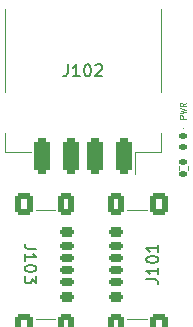
<source format=gto>
G04 #@! TF.GenerationSoftware,KiCad,Pcbnew,9.0.3*
G04 #@! TF.CreationDate,2025-09-05T20:04:58+02:00*
G04 #@! TF.ProjectId,SwitchHolderAdapter,53776974-6368-4486-9f6c-646572416461,rev?*
G04 #@! TF.SameCoordinates,Original*
G04 #@! TF.FileFunction,Legend,Top*
G04 #@! TF.FilePolarity,Positive*
%FSLAX46Y46*%
G04 Gerber Fmt 4.6, Leading zero omitted, Abs format (unit mm)*
G04 Created by KiCad (PCBNEW 9.0.3) date 2025-09-05 20:04:58*
%MOMM*%
%LPD*%
G01*
G04 APERTURE LIST*
G04 Aperture macros list*
%AMRoundRect*
0 Rectangle with rounded corners*
0 $1 Rounding radius*
0 $2 $3 $4 $5 $6 $7 $8 $9 X,Y pos of 4 corners*
0 Add a 4 corners polygon primitive as box body*
4,1,4,$2,$3,$4,$5,$6,$7,$8,$9,$2,$3,0*
0 Add four circle primitives for the rounded corners*
1,1,$1+$1,$2,$3*
1,1,$1+$1,$4,$5*
1,1,$1+$1,$6,$7*
1,1,$1+$1,$8,$9*
0 Add four rect primitives between the rounded corners*
20,1,$1+$1,$2,$3,$4,$5,0*
20,1,$1+$1,$4,$5,$6,$7,0*
20,1,$1+$1,$6,$7,$8,$9,0*
20,1,$1+$1,$8,$9,$2,$3,0*%
G04 Aperture macros list end*
%ADD10C,0.125000*%
%ADD11C,0.150000*%
%ADD12C,0.120000*%
%ADD13C,0.100000*%
%ADD14RoundRect,0.135000X-0.185000X0.135000X-0.185000X-0.135000X0.185000X-0.135000X0.185000X0.135000X0*%
%ADD15RoundRect,0.147500X-0.172500X0.147500X-0.172500X-0.147500X0.172500X-0.147500X0.172500X0.147500X0*%
%ADD16RoundRect,0.175000X-0.425000X0.175000X-0.425000X-0.175000X0.425000X-0.175000X0.425000X0.175000X0*%
%ADD17RoundRect,0.190000X0.410000X-0.190000X0.410000X0.190000X-0.410000X0.190000X-0.410000X-0.190000X0*%
%ADD18RoundRect,0.200000X0.400000X-0.200000X0.400000X0.200000X-0.400000X0.200000X-0.400000X-0.200000X0*%
%ADD19RoundRect,0.175000X0.425000X-0.175000X0.425000X0.175000X-0.425000X0.175000X-0.425000X-0.175000X0*%
%ADD20RoundRect,0.190000X-0.410000X0.190000X-0.410000X-0.190000X0.410000X-0.190000X0.410000X0.190000X0*%
%ADD21RoundRect,0.200000X-0.400000X0.200000X-0.400000X-0.200000X0.400000X-0.200000X0.400000X0.200000X0*%
%ADD22RoundRect,0.250000X-0.425000X0.650000X-0.425000X-0.650000X0.425000X-0.650000X0.425000X0.650000X0*%
%ADD23RoundRect,0.250000X-0.500000X0.650000X-0.500000X-0.650000X0.500000X-0.650000X0.500000X0.650000X0*%
%ADD24RoundRect,0.325000X0.325000X1.175000X-0.325000X1.175000X-0.325000X-1.175000X0.325000X-1.175000X0*%
%ADD25O,1.200000X2.900000*%
%ADD26RoundRect,0.250000X0.425000X-0.650000X0.425000X0.650000X-0.425000X0.650000X-0.425000X-0.650000X0*%
%ADD27RoundRect,0.250000X0.500000X-0.650000X0.500000X0.650000X-0.500000X0.650000X-0.500000X-0.650000X0*%
G04 APERTURE END LIST*
D10*
X153182309Y-83048716D02*
X152682309Y-83048716D01*
X152682309Y-83048716D02*
X152682309Y-82858240D01*
X152682309Y-82858240D02*
X152706119Y-82810621D01*
X152706119Y-82810621D02*
X152729928Y-82786811D01*
X152729928Y-82786811D02*
X152777547Y-82763002D01*
X152777547Y-82763002D02*
X152848976Y-82763002D01*
X152848976Y-82763002D02*
X152896595Y-82786811D01*
X152896595Y-82786811D02*
X152920404Y-82810621D01*
X152920404Y-82810621D02*
X152944214Y-82858240D01*
X152944214Y-82858240D02*
X152944214Y-83048716D01*
X152682309Y-82596335D02*
X153182309Y-82477287D01*
X153182309Y-82477287D02*
X152825166Y-82382049D01*
X152825166Y-82382049D02*
X153182309Y-82286811D01*
X153182309Y-82286811D02*
X152682309Y-82167764D01*
X153182309Y-81691573D02*
X152944214Y-81858239D01*
X153182309Y-81977287D02*
X152682309Y-81977287D01*
X152682309Y-81977287D02*
X152682309Y-81786811D01*
X152682309Y-81786811D02*
X152706119Y-81739192D01*
X152706119Y-81739192D02*
X152729928Y-81715382D01*
X152729928Y-81715382D02*
X152777547Y-81691573D01*
X152777547Y-81691573D02*
X152848976Y-81691573D01*
X152848976Y-81691573D02*
X152896595Y-81715382D01*
X152896595Y-81715382D02*
X152920404Y-81739192D01*
X152920404Y-81739192D02*
X152944214Y-81786811D01*
X152944214Y-81786811D02*
X152944214Y-81977287D01*
D11*
X140545180Y-94089285D02*
X139830895Y-94089285D01*
X139830895Y-94089285D02*
X139688038Y-94041666D01*
X139688038Y-94041666D02*
X139592800Y-93946428D01*
X139592800Y-93946428D02*
X139545180Y-93803571D01*
X139545180Y-93803571D02*
X139545180Y-93708333D01*
X139545180Y-95089285D02*
X139545180Y-94517857D01*
X139545180Y-94803571D02*
X140545180Y-94803571D01*
X140545180Y-94803571D02*
X140402323Y-94708333D01*
X140402323Y-94708333D02*
X140307085Y-94613095D01*
X140307085Y-94613095D02*
X140259466Y-94517857D01*
X140545180Y-95708333D02*
X140545180Y-95803571D01*
X140545180Y-95803571D02*
X140497561Y-95898809D01*
X140497561Y-95898809D02*
X140449942Y-95946428D01*
X140449942Y-95946428D02*
X140354704Y-95994047D01*
X140354704Y-95994047D02*
X140164228Y-96041666D01*
X140164228Y-96041666D02*
X139926133Y-96041666D01*
X139926133Y-96041666D02*
X139735657Y-95994047D01*
X139735657Y-95994047D02*
X139640419Y-95946428D01*
X139640419Y-95946428D02*
X139592800Y-95898809D01*
X139592800Y-95898809D02*
X139545180Y-95803571D01*
X139545180Y-95803571D02*
X139545180Y-95708333D01*
X139545180Y-95708333D02*
X139592800Y-95613095D01*
X139592800Y-95613095D02*
X139640419Y-95565476D01*
X139640419Y-95565476D02*
X139735657Y-95517857D01*
X139735657Y-95517857D02*
X139926133Y-95470238D01*
X139926133Y-95470238D02*
X140164228Y-95470238D01*
X140164228Y-95470238D02*
X140354704Y-95517857D01*
X140354704Y-95517857D02*
X140449942Y-95565476D01*
X140449942Y-95565476D02*
X140497561Y-95613095D01*
X140497561Y-95613095D02*
X140545180Y-95708333D01*
X140545180Y-96375000D02*
X140545180Y-96994047D01*
X140545180Y-96994047D02*
X140164228Y-96660714D01*
X140164228Y-96660714D02*
X140164228Y-96803571D01*
X140164228Y-96803571D02*
X140116609Y-96898809D01*
X140116609Y-96898809D02*
X140068990Y-96946428D01*
X140068990Y-96946428D02*
X139973752Y-96994047D01*
X139973752Y-96994047D02*
X139735657Y-96994047D01*
X139735657Y-96994047D02*
X139640419Y-96946428D01*
X139640419Y-96946428D02*
X139592800Y-96898809D01*
X139592800Y-96898809D02*
X139545180Y-96803571D01*
X139545180Y-96803571D02*
X139545180Y-96517857D01*
X139545180Y-96517857D02*
X139592800Y-96422619D01*
X139592800Y-96422619D02*
X139640419Y-96375000D01*
X143214285Y-78454819D02*
X143214285Y-79169104D01*
X143214285Y-79169104D02*
X143166666Y-79311961D01*
X143166666Y-79311961D02*
X143071428Y-79407200D01*
X143071428Y-79407200D02*
X142928571Y-79454819D01*
X142928571Y-79454819D02*
X142833333Y-79454819D01*
X144214285Y-79454819D02*
X143642857Y-79454819D01*
X143928571Y-79454819D02*
X143928571Y-78454819D01*
X143928571Y-78454819D02*
X143833333Y-78597676D01*
X143833333Y-78597676D02*
X143738095Y-78692914D01*
X143738095Y-78692914D02*
X143642857Y-78740533D01*
X144833333Y-78454819D02*
X144928571Y-78454819D01*
X144928571Y-78454819D02*
X145023809Y-78502438D01*
X145023809Y-78502438D02*
X145071428Y-78550057D01*
X145071428Y-78550057D02*
X145119047Y-78645295D01*
X145119047Y-78645295D02*
X145166666Y-78835771D01*
X145166666Y-78835771D02*
X145166666Y-79073866D01*
X145166666Y-79073866D02*
X145119047Y-79264342D01*
X145119047Y-79264342D02*
X145071428Y-79359580D01*
X145071428Y-79359580D02*
X145023809Y-79407200D01*
X145023809Y-79407200D02*
X144928571Y-79454819D01*
X144928571Y-79454819D02*
X144833333Y-79454819D01*
X144833333Y-79454819D02*
X144738095Y-79407200D01*
X144738095Y-79407200D02*
X144690476Y-79359580D01*
X144690476Y-79359580D02*
X144642857Y-79264342D01*
X144642857Y-79264342D02*
X144595238Y-79073866D01*
X144595238Y-79073866D02*
X144595238Y-78835771D01*
X144595238Y-78835771D02*
X144642857Y-78645295D01*
X144642857Y-78645295D02*
X144690476Y-78550057D01*
X144690476Y-78550057D02*
X144738095Y-78502438D01*
X144738095Y-78502438D02*
X144833333Y-78454819D01*
X145547619Y-78550057D02*
X145595238Y-78502438D01*
X145595238Y-78502438D02*
X145690476Y-78454819D01*
X145690476Y-78454819D02*
X145928571Y-78454819D01*
X145928571Y-78454819D02*
X146023809Y-78502438D01*
X146023809Y-78502438D02*
X146071428Y-78550057D01*
X146071428Y-78550057D02*
X146119047Y-78645295D01*
X146119047Y-78645295D02*
X146119047Y-78740533D01*
X146119047Y-78740533D02*
X146071428Y-78883390D01*
X146071428Y-78883390D02*
X145500000Y-79454819D01*
X145500000Y-79454819D02*
X146119047Y-79454819D01*
X149857319Y-96660714D02*
X150571604Y-96660714D01*
X150571604Y-96660714D02*
X150714461Y-96708333D01*
X150714461Y-96708333D02*
X150809700Y-96803571D01*
X150809700Y-96803571D02*
X150857319Y-96946428D01*
X150857319Y-96946428D02*
X150857319Y-97041666D01*
X150857319Y-95660714D02*
X150857319Y-96232142D01*
X150857319Y-95946428D02*
X149857319Y-95946428D01*
X149857319Y-95946428D02*
X150000176Y-96041666D01*
X150000176Y-96041666D02*
X150095414Y-96136904D01*
X150095414Y-96136904D02*
X150143033Y-96232142D01*
X149857319Y-95041666D02*
X149857319Y-94946428D01*
X149857319Y-94946428D02*
X149904938Y-94851190D01*
X149904938Y-94851190D02*
X149952557Y-94803571D01*
X149952557Y-94803571D02*
X150047795Y-94755952D01*
X150047795Y-94755952D02*
X150238271Y-94708333D01*
X150238271Y-94708333D02*
X150476366Y-94708333D01*
X150476366Y-94708333D02*
X150666842Y-94755952D01*
X150666842Y-94755952D02*
X150762080Y-94803571D01*
X150762080Y-94803571D02*
X150809700Y-94851190D01*
X150809700Y-94851190D02*
X150857319Y-94946428D01*
X150857319Y-94946428D02*
X150857319Y-95041666D01*
X150857319Y-95041666D02*
X150809700Y-95136904D01*
X150809700Y-95136904D02*
X150762080Y-95184523D01*
X150762080Y-95184523D02*
X150666842Y-95232142D01*
X150666842Y-95232142D02*
X150476366Y-95279761D01*
X150476366Y-95279761D02*
X150238271Y-95279761D01*
X150238271Y-95279761D02*
X150047795Y-95232142D01*
X150047795Y-95232142D02*
X149952557Y-95184523D01*
X149952557Y-95184523D02*
X149904938Y-95136904D01*
X149904938Y-95136904D02*
X149857319Y-95041666D01*
X150857319Y-93755952D02*
X150857319Y-94327380D01*
X150857319Y-94041666D02*
X149857319Y-94041666D01*
X149857319Y-94041666D02*
X150000176Y-94136904D01*
X150000176Y-94136904D02*
X150095414Y-94232142D01*
X150095414Y-94232142D02*
X150143033Y-94327380D01*
D12*
X153380000Y-87096359D02*
X153380000Y-87403641D01*
X152620000Y-87096359D02*
X152620000Y-87403641D01*
D13*
X153050000Y-83910000D02*
G75*
G02*
X152950000Y-83910000I-50000J0D01*
G01*
X152950000Y-83910000D02*
G75*
G02*
X153050000Y-83910000I50000J0D01*
G01*
D12*
X142142500Y-90775000D02*
X140512500Y-90775000D01*
X142142500Y-99975000D02*
X140512500Y-99975000D01*
X151080000Y-85900000D02*
X151080000Y-84250000D01*
X151080000Y-80830000D02*
X151080000Y-73740000D01*
X148910000Y-85900000D02*
X151080000Y-85900000D01*
X148910000Y-85900000D02*
X148910000Y-87740000D01*
X140090000Y-85900000D02*
X137920000Y-85900000D01*
X137920000Y-85900000D02*
X137920000Y-84250000D01*
X137920000Y-80830000D02*
X137920000Y-73740000D01*
X148260000Y-99975000D02*
X149890000Y-99975000D01*
X148260000Y-90775000D02*
X149890000Y-90775000D01*
%LPC*%
D14*
X153000000Y-86740000D03*
X153000000Y-87760000D03*
D15*
X153000000Y-84515000D03*
X153000000Y-85485000D03*
D16*
X143135000Y-94875000D03*
D17*
X143135000Y-96895000D03*
D18*
X143135000Y-98125000D03*
D19*
X143135000Y-95875000D03*
D20*
X143135000Y-93855000D03*
D21*
X143135000Y-92625000D03*
D22*
X143080000Y-90250000D03*
D23*
X139500000Y-90250000D03*
D22*
X143080000Y-100500000D03*
D23*
X139500000Y-100500000D03*
D24*
X148000000Y-86240000D03*
X145500000Y-86240000D03*
X143500000Y-86240000D03*
X141000000Y-86240000D03*
D25*
X150900000Y-82540000D03*
X138100000Y-82540000D03*
D19*
X147267500Y-95875000D03*
D20*
X147267500Y-93855000D03*
D21*
X147267500Y-92625000D03*
D16*
X147267500Y-94875000D03*
D17*
X147267500Y-96895000D03*
D18*
X147267500Y-98125000D03*
D26*
X147322500Y-100500000D03*
D27*
X150902500Y-100500000D03*
D26*
X147322500Y-90250000D03*
D27*
X150902500Y-90250000D03*
%LPD*%
M02*

</source>
